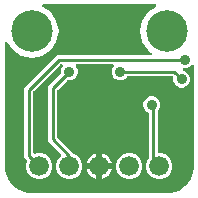
<source format=gbr>
G04 EAGLE Gerber RS-274X export*
G75*
%MOMM*%
%FSLAX34Y34*%
%LPD*%
%INBottom Copper*%
%IPPOS*%
%AMOC8*
5,1,8,0,0,1.08239X$1,22.5*%
G01*
%ADD10C,3.516000*%
%ADD11C,1.676400*%
%ADD12C,0.906400*%
%ADD13C,0.254000*%

G36*
X138261Y2551D02*
X138261Y2551D01*
X138344Y2552D01*
X138418Y2571D01*
X138441Y2574D01*
X139716Y2541D01*
X139726Y2542D01*
X139749Y2541D01*
X139821Y2541D01*
X139839Y2543D01*
X139888Y2543D01*
X143150Y2715D01*
X143218Y2727D01*
X143287Y2730D01*
X143444Y2766D01*
X149731Y4632D01*
X149840Y4680D01*
X149951Y4721D01*
X150004Y4752D01*
X150022Y4760D01*
X150038Y4773D01*
X150090Y4803D01*
X155493Y8521D01*
X155581Y8600D01*
X155675Y8673D01*
X155715Y8719D01*
X155730Y8733D01*
X155742Y8750D01*
X155781Y8795D01*
X159771Y14000D01*
X159830Y14103D01*
X159897Y14201D01*
X159921Y14257D01*
X159931Y14275D01*
X159936Y14294D01*
X159960Y14349D01*
X162146Y20533D01*
X162161Y20601D01*
X162185Y20665D01*
X162212Y20824D01*
X162552Y24084D01*
X162552Y24102D01*
X162559Y24216D01*
X162559Y110123D01*
X162542Y110261D01*
X162529Y110399D01*
X162522Y110418D01*
X162519Y110438D01*
X162468Y110568D01*
X162421Y110698D01*
X162410Y110715D01*
X162402Y110734D01*
X162321Y110846D01*
X162243Y110961D01*
X162227Y110975D01*
X162216Y110991D01*
X162108Y111080D01*
X162004Y111172D01*
X161986Y111181D01*
X161971Y111194D01*
X161845Y111253D01*
X161721Y111317D01*
X161701Y111321D01*
X161683Y111330D01*
X161546Y111356D01*
X161411Y111386D01*
X161390Y111386D01*
X161371Y111389D01*
X161232Y111381D01*
X161093Y111377D01*
X161073Y111371D01*
X161053Y111370D01*
X160921Y111327D01*
X160787Y111288D01*
X160770Y111278D01*
X160751Y111272D01*
X160633Y111197D01*
X160513Y111127D01*
X160492Y111108D01*
X160482Y111101D01*
X160468Y111086D01*
X160393Y111020D01*
X158946Y109574D01*
X156347Y108497D01*
X154479Y108497D01*
X154410Y108489D01*
X154340Y108490D01*
X154253Y108469D01*
X154164Y108457D01*
X154099Y108432D01*
X154031Y108415D01*
X153952Y108373D01*
X153868Y108340D01*
X153812Y108299D01*
X153750Y108267D01*
X153683Y108206D01*
X153611Y108154D01*
X153566Y108100D01*
X153515Y108053D01*
X153465Y107978D01*
X153408Y107909D01*
X153378Y107845D01*
X153340Y107787D01*
X153311Y107702D01*
X153272Y107621D01*
X153259Y107552D01*
X153237Y107486D01*
X153229Y107397D01*
X153213Y107309D01*
X153217Y107239D01*
X153211Y107169D01*
X153227Y107081D01*
X153232Y106991D01*
X153254Y106925D01*
X153266Y106856D01*
X153303Y106774D01*
X153330Y106689D01*
X153368Y106630D01*
X153396Y106566D01*
X153452Y106496D01*
X153500Y106420D01*
X153551Y106372D01*
X153595Y106318D01*
X153667Y106263D01*
X153732Y106202D01*
X153793Y106168D01*
X153849Y106126D01*
X153994Y106055D01*
X156406Y105056D01*
X158396Y103066D01*
X159473Y100467D01*
X159473Y97653D01*
X158396Y95054D01*
X156406Y93064D01*
X153807Y91987D01*
X150993Y91987D01*
X148394Y93064D01*
X146404Y95054D01*
X145327Y97653D01*
X145327Y100218D01*
X145315Y100316D01*
X145312Y100415D01*
X145295Y100473D01*
X145287Y100533D01*
X145251Y100625D01*
X145223Y100721D01*
X145193Y100773D01*
X145170Y100829D01*
X145112Y100909D01*
X145062Y100994D01*
X144996Y101070D01*
X144984Y101086D01*
X144974Y101094D01*
X144955Y101115D01*
X144843Y101228D01*
X144765Y101288D01*
X144693Y101356D01*
X144640Y101385D01*
X144592Y101422D01*
X144501Y101462D01*
X144414Y101510D01*
X144356Y101525D01*
X144300Y101549D01*
X144202Y101564D01*
X144106Y101589D01*
X144006Y101595D01*
X143986Y101599D01*
X143974Y101597D01*
X143946Y101599D01*
X107047Y101599D01*
X106949Y101587D01*
X106850Y101584D01*
X106792Y101567D01*
X106732Y101559D01*
X106640Y101523D01*
X106545Y101495D01*
X106492Y101465D01*
X106436Y101442D01*
X106356Y101384D01*
X106271Y101334D01*
X106195Y101268D01*
X106179Y101256D01*
X106171Y101246D01*
X106150Y101228D01*
X104336Y99414D01*
X101737Y98337D01*
X98923Y98337D01*
X96324Y99414D01*
X94334Y101404D01*
X93257Y104003D01*
X93257Y106817D01*
X94334Y109416D01*
X94510Y109592D01*
X94595Y109702D01*
X94684Y109809D01*
X94693Y109828D01*
X94705Y109844D01*
X94760Y109971D01*
X94820Y110097D01*
X94823Y110117D01*
X94831Y110136D01*
X94853Y110273D01*
X94879Y110410D01*
X94878Y110430D01*
X94881Y110450D01*
X94868Y110588D01*
X94860Y110727D01*
X94853Y110746D01*
X94852Y110766D01*
X94804Y110897D01*
X94762Y111029D01*
X94751Y111046D01*
X94744Y111066D01*
X94666Y111181D01*
X94591Y111298D01*
X94577Y111312D01*
X94565Y111329D01*
X94461Y111421D01*
X94360Y111516D01*
X94342Y111526D01*
X94327Y111539D01*
X94203Y111603D01*
X94081Y111670D01*
X94062Y111675D01*
X94044Y111684D01*
X93908Y111714D01*
X93773Y111749D01*
X93745Y111751D01*
X93733Y111754D01*
X93713Y111753D01*
X93613Y111759D01*
X63867Y111759D01*
X63729Y111742D01*
X63591Y111729D01*
X63572Y111722D01*
X63552Y111719D01*
X63422Y111668D01*
X63292Y111621D01*
X63275Y111610D01*
X63256Y111602D01*
X63144Y111521D01*
X63028Y111443D01*
X63015Y111427D01*
X62999Y111416D01*
X62910Y111308D01*
X62818Y111204D01*
X62809Y111186D01*
X62796Y111171D01*
X62737Y111045D01*
X62673Y110921D01*
X62669Y110901D01*
X62660Y110883D01*
X62634Y110747D01*
X62604Y110611D01*
X62604Y110590D01*
X62601Y110571D01*
X62609Y110432D01*
X62613Y110293D01*
X62619Y110273D01*
X62620Y110253D01*
X62663Y110121D01*
X62702Y109987D01*
X62712Y109970D01*
X62718Y109951D01*
X62793Y109833D01*
X62863Y109713D01*
X62882Y109692D01*
X62889Y109682D01*
X62904Y109668D01*
X62970Y109592D01*
X63146Y109416D01*
X64223Y106817D01*
X64223Y104003D01*
X63146Y101404D01*
X61156Y99414D01*
X58557Y98337D01*
X55992Y98337D01*
X55894Y98325D01*
X55795Y98322D01*
X55737Y98305D01*
X55677Y98297D01*
X55585Y98261D01*
X55489Y98233D01*
X55437Y98203D01*
X55381Y98180D01*
X55301Y98122D01*
X55216Y98072D01*
X55140Y98006D01*
X55124Y97994D01*
X55116Y97984D01*
X55095Y97966D01*
X47362Y90233D01*
X47302Y90155D01*
X47234Y90083D01*
X47205Y90030D01*
X47168Y89982D01*
X47128Y89891D01*
X47080Y89804D01*
X47065Y89746D01*
X47041Y89690D01*
X47026Y89592D01*
X47001Y89496D01*
X46995Y89396D01*
X46991Y89376D01*
X46993Y89364D01*
X46991Y89336D01*
X46991Y50364D01*
X47003Y50266D01*
X47006Y50167D01*
X47023Y50109D01*
X47031Y50049D01*
X47067Y49957D01*
X47095Y49861D01*
X47125Y49809D01*
X47148Y49753D01*
X47206Y49673D01*
X47256Y49588D01*
X47322Y49512D01*
X47334Y49496D01*
X47344Y49488D01*
X47362Y49467D01*
X58357Y38472D01*
X61165Y35664D01*
X61172Y35658D01*
X61178Y35651D01*
X61298Y35561D01*
X61416Y35469D01*
X61425Y35465D01*
X61432Y35460D01*
X61577Y35389D01*
X63337Y34660D01*
X66410Y31587D01*
X68073Y27573D01*
X68073Y23227D01*
X66410Y19213D01*
X63337Y16140D01*
X59323Y14477D01*
X54977Y14477D01*
X50963Y16140D01*
X47890Y19213D01*
X46227Y23227D01*
X46227Y27573D01*
X47890Y31587D01*
X50279Y33976D01*
X50352Y34071D01*
X50431Y34160D01*
X50450Y34196D01*
X50474Y34228D01*
X50522Y34337D01*
X50576Y34443D01*
X50585Y34482D01*
X50601Y34520D01*
X50619Y34637D01*
X50645Y34753D01*
X50644Y34794D01*
X50651Y34834D01*
X50639Y34952D01*
X50636Y35071D01*
X50624Y35110D01*
X50621Y35150D01*
X50580Y35262D01*
X50547Y35377D01*
X50527Y35411D01*
X50513Y35450D01*
X50446Y35548D01*
X50386Y35651D01*
X50346Y35696D01*
X50335Y35713D01*
X50319Y35726D01*
X50279Y35771D01*
X39369Y46682D01*
X39369Y93018D01*
X49706Y103355D01*
X49766Y103433D01*
X49834Y103505D01*
X49863Y103558D01*
X49900Y103606D01*
X49940Y103697D01*
X49988Y103784D01*
X50003Y103842D01*
X50027Y103898D01*
X50042Y103996D01*
X50067Y104092D01*
X50073Y104192D01*
X50077Y104212D01*
X50075Y104224D01*
X50077Y104252D01*
X50077Y106817D01*
X51154Y109416D01*
X51330Y109592D01*
X51415Y109702D01*
X51504Y109809D01*
X51513Y109828D01*
X51525Y109844D01*
X51580Y109971D01*
X51640Y110097D01*
X51643Y110117D01*
X51651Y110136D01*
X51673Y110273D01*
X51699Y110410D01*
X51698Y110430D01*
X51701Y110450D01*
X51688Y110588D01*
X51680Y110727D01*
X51673Y110746D01*
X51672Y110766D01*
X51624Y110897D01*
X51582Y111029D01*
X51571Y111046D01*
X51564Y111066D01*
X51486Y111181D01*
X51411Y111298D01*
X51397Y111312D01*
X51385Y111329D01*
X51281Y111421D01*
X51180Y111516D01*
X51162Y111526D01*
X51147Y111539D01*
X51023Y111603D01*
X50901Y111670D01*
X50882Y111675D01*
X50864Y111684D01*
X50728Y111714D01*
X50593Y111749D01*
X50565Y111751D01*
X50553Y111754D01*
X50533Y111753D01*
X50433Y111759D01*
X50364Y111759D01*
X50266Y111747D01*
X50167Y111744D01*
X50109Y111727D01*
X50049Y111719D01*
X49957Y111683D01*
X49861Y111655D01*
X49809Y111625D01*
X49753Y111602D01*
X49673Y111544D01*
X49588Y111494D01*
X49512Y111428D01*
X49496Y111416D01*
X49488Y111406D01*
X49467Y111388D01*
X27042Y88963D01*
X26982Y88885D01*
X26914Y88813D01*
X26885Y88760D01*
X26848Y88712D01*
X26808Y88621D01*
X26760Y88534D01*
X26745Y88476D01*
X26721Y88420D01*
X26706Y88322D01*
X26681Y88226D01*
X26675Y88126D01*
X26671Y88106D01*
X26673Y88094D01*
X26671Y88066D01*
X26671Y37018D01*
X26677Y36969D01*
X26675Y36919D01*
X26697Y36812D01*
X26711Y36703D01*
X26729Y36657D01*
X26739Y36608D01*
X26787Y36509D01*
X26828Y36407D01*
X26857Y36367D01*
X26879Y36322D01*
X26950Y36239D01*
X27014Y36150D01*
X27053Y36118D01*
X27085Y36080D01*
X27175Y36017D01*
X27259Y35947D01*
X27304Y35926D01*
X27345Y35897D01*
X27448Y35858D01*
X27547Y35811D01*
X27596Y35802D01*
X27642Y35784D01*
X27752Y35772D01*
X27859Y35752D01*
X27909Y35755D01*
X27958Y35749D01*
X28067Y35765D01*
X28177Y35771D01*
X28224Y35787D01*
X28273Y35794D01*
X28426Y35846D01*
X29577Y36323D01*
X33923Y36323D01*
X37937Y34660D01*
X41010Y31587D01*
X42673Y27573D01*
X42673Y23227D01*
X41010Y19213D01*
X37937Y16140D01*
X33923Y14477D01*
X29577Y14477D01*
X25563Y16140D01*
X22490Y19213D01*
X20827Y23227D01*
X20827Y27573D01*
X21487Y29166D01*
X21495Y29194D01*
X21508Y29220D01*
X21537Y29347D01*
X21571Y29472D01*
X21572Y29502D01*
X21578Y29531D01*
X21574Y29660D01*
X21576Y29790D01*
X21569Y29819D01*
X21568Y29849D01*
X21532Y29973D01*
X21502Y30100D01*
X21488Y30126D01*
X21480Y30154D01*
X21414Y30266D01*
X21353Y30381D01*
X21333Y30403D01*
X21318Y30428D01*
X21212Y30549D01*
X19049Y32712D01*
X19049Y91748D01*
X46682Y119381D01*
X125895Y119381D01*
X125998Y119394D01*
X126103Y119398D01*
X126155Y119414D01*
X126210Y119421D01*
X126307Y119459D01*
X126407Y119489D01*
X126455Y119517D01*
X126506Y119538D01*
X126590Y119599D01*
X126680Y119653D01*
X126719Y119692D01*
X126763Y119724D01*
X126830Y119805D01*
X126903Y119879D01*
X126931Y119927D01*
X126966Y119969D01*
X127011Y120064D01*
X127063Y120154D01*
X127078Y120207D01*
X127102Y120257D01*
X127121Y120360D01*
X127150Y120460D01*
X127151Y120515D01*
X127161Y120569D01*
X127155Y120674D01*
X127157Y120778D01*
X127145Y120832D01*
X127142Y120887D01*
X127109Y120986D01*
X127086Y121088D01*
X127061Y121137D01*
X127044Y121189D01*
X126988Y121278D01*
X126940Y121370D01*
X126903Y121412D01*
X126873Y121458D01*
X126797Y121530D01*
X126728Y121608D01*
X126657Y121661D01*
X126642Y121676D01*
X126629Y121683D01*
X126600Y121705D01*
X123666Y123666D01*
X118750Y131022D01*
X117024Y139700D01*
X118750Y148378D01*
X123666Y155734D01*
X130401Y160235D01*
X130480Y160303D01*
X130565Y160364D01*
X130600Y160407D01*
X130641Y160443D01*
X130701Y160529D01*
X130767Y160609D01*
X130791Y160659D01*
X130822Y160705D01*
X130858Y160803D01*
X130903Y160897D01*
X130913Y160951D01*
X130932Y161003D01*
X130943Y161107D01*
X130963Y161210D01*
X130959Y161265D01*
X130965Y161319D01*
X130949Y161423D01*
X130943Y161527D01*
X130926Y161579D01*
X130918Y161634D01*
X130877Y161730D01*
X130845Y161829D01*
X130815Y161876D01*
X130794Y161927D01*
X130731Y162010D01*
X130675Y162098D01*
X130635Y162136D01*
X130601Y162180D01*
X130519Y162245D01*
X130443Y162316D01*
X130395Y162343D01*
X130352Y162377D01*
X130256Y162419D01*
X130165Y162470D01*
X130111Y162483D01*
X130061Y162506D01*
X129958Y162523D01*
X129857Y162549D01*
X129769Y162555D01*
X129747Y162558D01*
X129732Y162557D01*
X129696Y162559D01*
X35404Y162559D01*
X35300Y162546D01*
X35196Y162542D01*
X35143Y162526D01*
X35089Y162519D01*
X34992Y162481D01*
X34891Y162451D01*
X34844Y162423D01*
X34793Y162402D01*
X34708Y162341D01*
X34619Y162287D01*
X34580Y162248D01*
X34536Y162216D01*
X34469Y162135D01*
X34396Y162061D01*
X34368Y162013D01*
X34333Y161971D01*
X34288Y161876D01*
X34236Y161786D01*
X34221Y161733D01*
X34197Y161683D01*
X34178Y161580D01*
X34149Y161480D01*
X34148Y161425D01*
X34137Y161371D01*
X34144Y161266D01*
X34141Y161162D01*
X34154Y161108D01*
X34157Y161053D01*
X34189Y160954D01*
X34213Y160852D01*
X34238Y160803D01*
X34255Y160751D01*
X34311Y160662D01*
X34359Y160570D01*
X34396Y160528D01*
X34425Y160482D01*
X34501Y160410D01*
X34571Y160332D01*
X34641Y160279D01*
X34657Y160264D01*
X34670Y160257D01*
X34699Y160235D01*
X41434Y155734D01*
X46350Y148378D01*
X48076Y139700D01*
X46350Y131022D01*
X41434Y123666D01*
X34078Y118750D01*
X25400Y117024D01*
X16722Y118750D01*
X9366Y123666D01*
X4865Y130401D01*
X4797Y130480D01*
X4736Y130565D01*
X4693Y130600D01*
X4657Y130641D01*
X4571Y130701D01*
X4491Y130767D01*
X4441Y130791D01*
X4395Y130822D01*
X4297Y130858D01*
X4203Y130903D01*
X4149Y130913D01*
X4097Y130932D01*
X3993Y130943D01*
X3890Y130963D01*
X3835Y130959D01*
X3781Y130965D01*
X3677Y130949D01*
X3573Y130943D01*
X3521Y130926D01*
X3466Y130918D01*
X3370Y130877D01*
X3271Y130845D01*
X3224Y130815D01*
X3173Y130794D01*
X3090Y130731D01*
X3002Y130675D01*
X2964Y130635D01*
X2920Y130601D01*
X2855Y130519D01*
X2784Y130443D01*
X2757Y130395D01*
X2723Y130352D01*
X2681Y130256D01*
X2630Y130165D01*
X2617Y130111D01*
X2594Y130061D01*
X2577Y129958D01*
X2551Y129857D01*
X2545Y129769D01*
X2542Y129747D01*
X2543Y129732D01*
X2541Y129696D01*
X2541Y25400D01*
X2543Y25378D01*
X2545Y25300D01*
X2810Y21923D01*
X2824Y21855D01*
X2829Y21786D01*
X2869Y21630D01*
X4956Y15206D01*
X5006Y15099D01*
X5050Y14988D01*
X5083Y14937D01*
X5091Y14918D01*
X5104Y14903D01*
X5136Y14852D01*
X9107Y9388D01*
X9127Y9366D01*
X9138Y9348D01*
X9184Y9305D01*
X9188Y9301D01*
X9264Y9209D01*
X9310Y9171D01*
X9324Y9156D01*
X9342Y9145D01*
X9388Y9107D01*
X14596Y5322D01*
X14852Y5136D01*
X14956Y5079D01*
X15056Y5015D01*
X15113Y4993D01*
X15131Y4983D01*
X15151Y4978D01*
X15206Y4956D01*
X21630Y2869D01*
X21698Y2856D01*
X21764Y2833D01*
X21923Y2810D01*
X25300Y2545D01*
X25322Y2546D01*
X25400Y2541D01*
X138179Y2541D01*
X138261Y2551D01*
G37*
%LPC*%
G36*
X131177Y14477D02*
X131177Y14477D01*
X127163Y16140D01*
X124090Y19213D01*
X122427Y23227D01*
X122427Y27573D01*
X124090Y31587D01*
X124152Y31649D01*
X124212Y31727D01*
X124280Y31799D01*
X124309Y31852D01*
X124346Y31900D01*
X124386Y31991D01*
X124434Y32077D01*
X124449Y32136D01*
X124473Y32192D01*
X124488Y32290D01*
X124513Y32385D01*
X124519Y32485D01*
X124523Y32506D01*
X124521Y32518D01*
X124523Y32546D01*
X124523Y70019D01*
X124520Y70048D01*
X124522Y70078D01*
X124500Y70206D01*
X124483Y70334D01*
X124473Y70362D01*
X124468Y70391D01*
X124414Y70509D01*
X124366Y70630D01*
X124349Y70654D01*
X124337Y70681D01*
X124256Y70782D01*
X124180Y70887D01*
X124157Y70906D01*
X124138Y70929D01*
X124035Y71007D01*
X123935Y71090D01*
X123908Y71103D01*
X123884Y71121D01*
X123740Y71191D01*
X123058Y71474D01*
X121068Y73464D01*
X119991Y76063D01*
X119991Y78877D01*
X121068Y81476D01*
X123058Y83466D01*
X125657Y84543D01*
X128471Y84543D01*
X131070Y83466D01*
X133060Y81476D01*
X134137Y78877D01*
X134137Y76063D01*
X133060Y73464D01*
X132516Y72920D01*
X132456Y72842D01*
X132388Y72770D01*
X132359Y72717D01*
X132322Y72669D01*
X132282Y72578D01*
X132234Y72491D01*
X132219Y72433D01*
X132195Y72377D01*
X132180Y72279D01*
X132155Y72183D01*
X132149Y72083D01*
X132145Y72063D01*
X132147Y72051D01*
X132145Y72023D01*
X132145Y37592D01*
X132160Y37474D01*
X132167Y37355D01*
X132180Y37317D01*
X132185Y37276D01*
X132228Y37166D01*
X132265Y37053D01*
X132287Y37018D01*
X132302Y36981D01*
X132371Y36885D01*
X132435Y36784D01*
X132465Y36756D01*
X132488Y36723D01*
X132580Y36647D01*
X132667Y36566D01*
X132702Y36546D01*
X132733Y36521D01*
X132841Y36470D01*
X132945Y36412D01*
X132985Y36402D01*
X133021Y36385D01*
X133138Y36363D01*
X133253Y36333D01*
X133313Y36329D01*
X133333Y36325D01*
X133354Y36327D01*
X133414Y36323D01*
X135523Y36323D01*
X139537Y34660D01*
X142610Y31587D01*
X144273Y27573D01*
X144273Y23227D01*
X142610Y19213D01*
X139537Y16140D01*
X135523Y14477D01*
X131177Y14477D01*
G37*
%LPD*%
%LPC*%
G36*
X105777Y14477D02*
X105777Y14477D01*
X101763Y16140D01*
X98690Y19213D01*
X97027Y23227D01*
X97027Y27573D01*
X98690Y31587D01*
X101763Y34660D01*
X105777Y36323D01*
X110123Y36323D01*
X114137Y34660D01*
X117210Y31587D01*
X118873Y27573D01*
X118873Y23227D01*
X117210Y19213D01*
X114137Y16140D01*
X110123Y14477D01*
X105777Y14477D01*
G37*
%LPD*%
%LPC*%
G36*
X85049Y27899D02*
X85049Y27899D01*
X85049Y36063D01*
X85108Y36054D01*
X86743Y35523D01*
X88275Y34742D01*
X89666Y33731D01*
X90881Y32516D01*
X91892Y31125D01*
X92673Y29593D01*
X93204Y27958D01*
X93213Y27899D01*
X85049Y27899D01*
G37*
%LPD*%
%LPC*%
G36*
X71887Y27899D02*
X71887Y27899D01*
X71896Y27958D01*
X72427Y29593D01*
X73208Y31125D01*
X74219Y32516D01*
X75434Y33731D01*
X76825Y34742D01*
X78357Y35523D01*
X79992Y36054D01*
X80051Y36063D01*
X80051Y27899D01*
X71887Y27899D01*
G37*
%LPD*%
%LPC*%
G36*
X85049Y22901D02*
X85049Y22901D01*
X93213Y22901D01*
X93204Y22842D01*
X92673Y21207D01*
X91892Y19675D01*
X90881Y18284D01*
X89666Y17069D01*
X88275Y16058D01*
X86743Y15277D01*
X85108Y14746D01*
X85049Y14737D01*
X85049Y22901D01*
G37*
%LPD*%
%LPC*%
G36*
X79992Y14746D02*
X79992Y14746D01*
X78357Y15277D01*
X76825Y16058D01*
X75434Y17069D01*
X74219Y18284D01*
X73208Y19675D01*
X72427Y21207D01*
X71896Y22842D01*
X71887Y22901D01*
X80051Y22901D01*
X80051Y14737D01*
X79992Y14746D01*
G37*
%LPD*%
D10*
X25400Y139700D03*
X139700Y139700D03*
D11*
X31750Y25400D03*
X57150Y25400D03*
X82550Y25400D03*
X107950Y25400D03*
X133350Y25400D03*
D12*
X7620Y107950D03*
X33020Y82550D03*
X127064Y77470D03*
D13*
X128334Y78740D01*
X128334Y30416D01*
X133350Y25400D01*
D12*
X154940Y115570D03*
D13*
X48260Y115570D01*
X22860Y34290D02*
X31750Y25400D01*
X22860Y90170D02*
X48260Y115570D01*
X22860Y90170D02*
X22860Y34290D01*
D12*
X100330Y105410D03*
D13*
X146050Y105410D01*
X152400Y99060D01*
D12*
X152400Y99060D03*
X57150Y105410D03*
D13*
X43180Y91440D01*
X43180Y48260D01*
X57150Y34290D01*
X57150Y25400D01*
M02*

</source>
